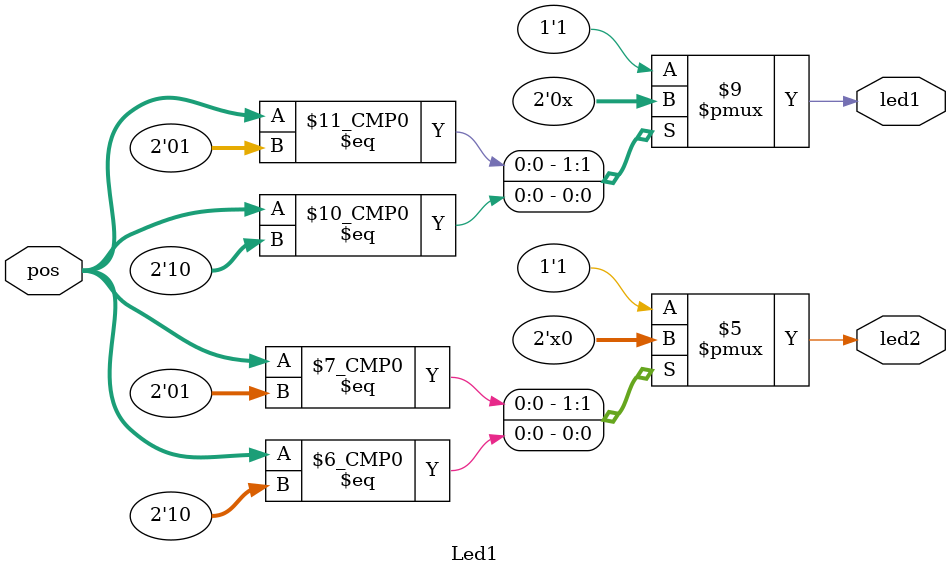
<source format=v>
module Led1 (pos, led1, led2);
input [1:0] pos;
output reg led1 =1'b1, led2=1'b1;

always@(*)
	begin
		case (pos)
		 2'b01: led1 <= 1'b0;
		 2'b10: led2 <= 1'b0;
		default begin
		led1 <= 1'b1; 
		led2 <= 1'b1;
		end
		endcase
	end

endmodule
</source>
